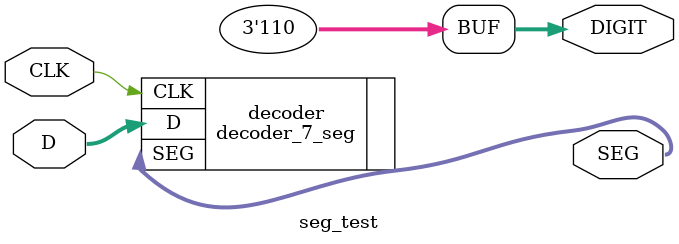
<source format=v>

module seg_test(
   input CLK,
   input [3:0] D,
   output [7:0] SEG,
   output [2:0]DIGIT
   );	
	
assign DIGIT = 3'b110;

decoder_7_seg decoder(.CLK (CLK), .SEG	(SEG), .D (D));  

endmodule
</source>
